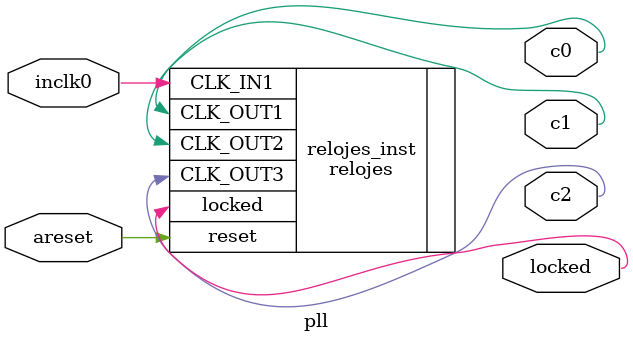
<source format=v>
module pll (
	areset,
	inclk0,
	c0,
	c1,
	c2,
	locked
);
	input wire areset;
	input wire inclk0;
	output wire c0;
	output wire c1;
	output wire c2;
	output wire locked;
	relojes relojes_inst(
		.CLK_IN1(inclk0),
		.CLK_OUT1(c0),
		.CLK_OUT2(c1),
		.CLK_OUT3(c2),
		.reset(areset),
		.locked(locked)
	);
endmodule

</source>
